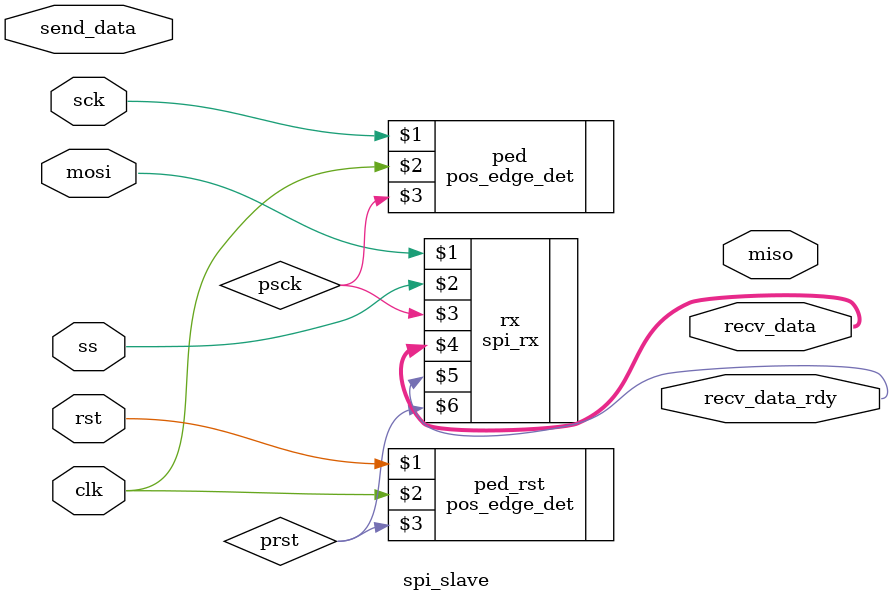
<source format=v>

module spi_slave
  #(parameter SEND_DATA_LEN = 12, parameter RECV_DATA_LEN = 8)(
  output wire miso,
  input wire mosi,
  input wire ss,
  input wire sck,

  input wire [SEND_DATA_LEN - 1 : 0] send_data,
  output wire [RECV_DATA_LEN - 1 : 0] recv_data,
  output wire recv_data_rdy,
  input wire clk,
  input wire rst
);
  wire psck;
  wire prst;

  pos_edge_det ped(sck, clk, psck);
  pos_edge_det ped_rst(rst, clk, prst);

  // spi_tx #(.DATA_LENGTH(SEND_DATA_LEN)) tx(miso, ss, sck, send_data);

  spi_rx #(.DATA_LENGTH(RECV_DATA_LEN)) rx(mosi, ss, psck,
                                           recv_data, recv_data_rdy, prst);

endmodule

</source>
